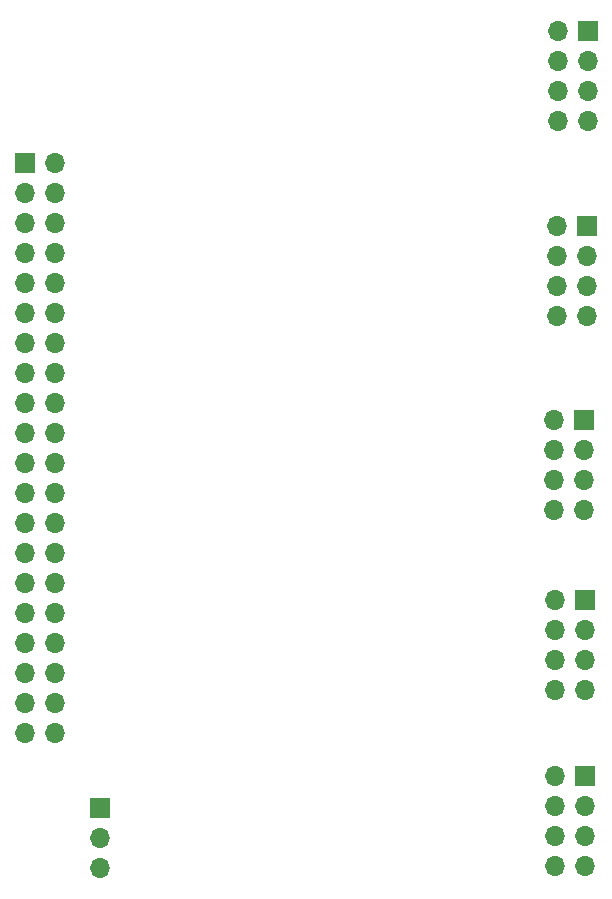
<source format=gbr>
%TF.GenerationSoftware,KiCad,Pcbnew,(5.1.9)-1*%
%TF.CreationDate,2021-03-22T20:32:08-05:00*%
%TF.ProjectId,Buffer board,42756666-6572-4206-926f-6172642e6b69,rev?*%
%TF.SameCoordinates,Original*%
%TF.FileFunction,Soldermask,Bot*%
%TF.FilePolarity,Negative*%
%FSLAX46Y46*%
G04 Gerber Fmt 4.6, Leading zero omitted, Abs format (unit mm)*
G04 Created by KiCad (PCBNEW (5.1.9)-1) date 2021-03-22 20:32:08*
%MOMM*%
%LPD*%
G01*
G04 APERTURE LIST*
%ADD10O,1.700000X1.700000*%
%ADD11R,1.700000X1.700000*%
G04 APERTURE END LIST*
D10*
%TO.C,J7*%
X131267200Y-149745700D03*
X133807200Y-149745700D03*
X131267200Y-147205700D03*
X133807200Y-147205700D03*
X131267200Y-144665700D03*
X133807200Y-144665700D03*
X131267200Y-142125700D03*
D11*
X133807200Y-142125700D03*
%TD*%
D10*
%TO.C,J6*%
X131267200Y-134823200D03*
X133807200Y-134823200D03*
X131267200Y-132283200D03*
X133807200Y-132283200D03*
X131267200Y-129743200D03*
X133807200Y-129743200D03*
X131267200Y-127203200D03*
D11*
X133807200Y-127203200D03*
%TD*%
D10*
%TO.C,J5*%
X131140200Y-119557800D03*
X133680200Y-119557800D03*
X131140200Y-117017800D03*
X133680200Y-117017800D03*
X131140200Y-114477800D03*
X133680200Y-114477800D03*
X131140200Y-111937800D03*
D11*
X133680200Y-111937800D03*
%TD*%
D10*
%TO.C,J4*%
X131419600Y-103136700D03*
X133959600Y-103136700D03*
X131419600Y-100596700D03*
X133959600Y-100596700D03*
X131419600Y-98056700D03*
X133959600Y-98056700D03*
X131419600Y-95516700D03*
D11*
X133959600Y-95516700D03*
%TD*%
D10*
%TO.C,J3*%
X131521200Y-86639400D03*
X134061200Y-86639400D03*
X131521200Y-84099400D03*
X134061200Y-84099400D03*
X131521200Y-81559400D03*
X134061200Y-81559400D03*
X131521200Y-79019400D03*
D11*
X134061200Y-79019400D03*
%TD*%
D10*
%TO.C,J2*%
X92710000Y-149860000D03*
X92710000Y-147320000D03*
D11*
X92710000Y-144780000D03*
%TD*%
D10*
%TO.C,J1*%
X88900000Y-138430000D03*
X86360000Y-138430000D03*
X88900000Y-135890000D03*
X86360000Y-135890000D03*
X88900000Y-133350000D03*
X86360000Y-133350000D03*
X88900000Y-130810000D03*
X86360000Y-130810000D03*
X88900000Y-128270000D03*
X86360000Y-128270000D03*
X88900000Y-125730000D03*
X86360000Y-125730000D03*
X88900000Y-123190000D03*
X86360000Y-123190000D03*
X88900000Y-120650000D03*
X86360000Y-120650000D03*
X88900000Y-118110000D03*
X86360000Y-118110000D03*
X88900000Y-115570000D03*
X86360000Y-115570000D03*
X88900000Y-113030000D03*
X86360000Y-113030000D03*
X88900000Y-110490000D03*
X86360000Y-110490000D03*
X88900000Y-107950000D03*
X86360000Y-107950000D03*
X88900000Y-105410000D03*
X86360000Y-105410000D03*
X88900000Y-102870000D03*
X86360000Y-102870000D03*
X88900000Y-100330000D03*
X86360000Y-100330000D03*
X88900000Y-97790000D03*
X86360000Y-97790000D03*
X88900000Y-95250000D03*
X86360000Y-95250000D03*
X88900000Y-92710000D03*
X86360000Y-92710000D03*
X88900000Y-90170000D03*
D11*
X86360000Y-90170000D03*
%TD*%
M02*

</source>
